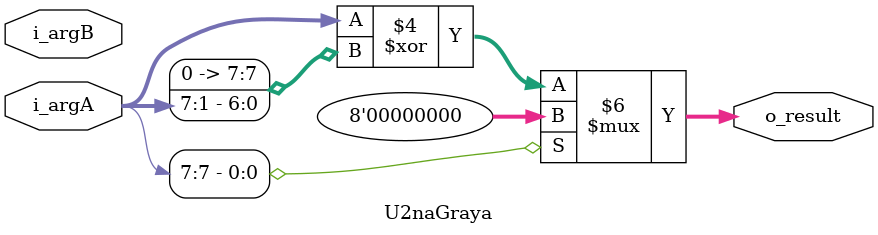
<source format=sv>
module U2naGraya(input  logic [BITS-1:0]i_argA,input  logic [BITS-1:0]i_argB,output logic [BITS-1:0]o_result);
    parameter BITS = 8;
   
    logic [BITS-1:0] s_data;
    integer i;
    always @(*)
        begin
          o_result='d0;
            if(i_argA[BITS-1]==1) //jesli najstarszy bit wejsciowy(u2)==1 ..
            begin
              o_result='d0;
            end
            else
            begin
            o_result=i_argA^(i_argA>>1);
            end
        end

        

    

endmodule

</source>
